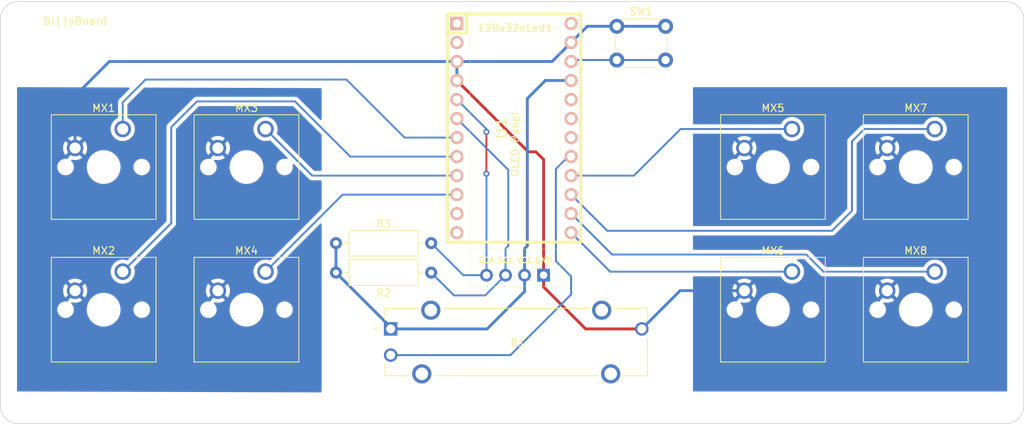
<source format=kicad_pcb>
(kicad_pcb (version 20221018) (generator pcbnew)
  (layers (0 "F.Cu" signal) (31 "B.Cu" signal) (34 "B.Paste" user) (35 "F.Paste" user) (36 "B.SilkS" user "B.Silkscreen") (37 "F.SilkS" user "F.Silkscreen") (38 "B.Mask" user) (39 "F.Mask" user) (44 "Edge.Cuts" user))
  (net 0 "")
  (net 3 "GND")
  (net 4 "VCC")
  (net 5 "SCL")
  (net 6 "SDA")
  (net 7 "KEY0")
  (net 8 "KEY1")
  (net 13 "ADC0")
  (net 14 "Net-(U1-RST)")
  (net 15 "KEY2")
  (net 16 "KEY3")
  (net 17 "KEY4")
  (net 18 "KEY5")
  (net 19 "KEY6")
  (net 20 "KEY7")
  (footprint "Button_Switch_Keyboard:SW_Cherry_MX_1.00u_PCB" (layer "F.Cu") (at 196.088 67.818)
    (fp_text reference "MX7" (at -2.54 -2.794) (layer "F.SilkS"))
    (fp_text value "MX_SW_solder")
    (fp_line (start -9.525 -1.905) (end 4.445 -1.905) (stroke (width 0.12)) (layer "F.SilkS"))
    (fp_line (start -9.525 12.065) (end -9.525 -1.905) (stroke (width 0.12)) (layer "F.SilkS"))
    (fp_line (start 4.445 -1.905) (end 4.445 12.065) (stroke (width 0.12)) (layer "F.SilkS"))
    (fp_line (start 4.445 12.065) (end -9.525 12.065) (stroke (width 0.12)) (layer "F.SilkS"))
    (pad "" np_thru_hole circle (at -7.62 5.08) (size 1.7 1.7) (drill 1.7) (layers "*.Cu" "*.Mask"))
    (pad "" np_thru_hole circle (at -2.54 5.08) (size 4 4) (drill 4) (layers "*.Cu" "*.Mask"))
    (pad "" np_thru_hole circle (at 2.54 5.08) (size 1.7 1.7) (drill 1.7) (layers "*.Cu" "*.Mask"))
    (pad "1" thru_hole circle (at 0 0) (size 2.2 2.2) (drill 1.5) (layers "*.Cu" "*.Mask") (net 19 "KEY6"))
    (pad "2" thru_hole circle (at -6.35 2.54) (size 2.2 2.2) (drill 1.5) (layers "*.Cu" "*.Mask") (net 3 "GND"))
  )
  (footprint "Button_Switch_Keyboard:SW_Cherry_MX_1.00u_PCB" (layer "F.Cu") (at 87.757 86.868)
    (fp_text reference "MX2" (at -2.54 -2.794) (layer "F.SilkS"))
    (fp_text value "MX_SW_solder")
    (fp_line (start -9.525 -1.905) (end 4.445 -1.905) (stroke (width 0.12)) (layer "F.SilkS"))
    (fp_line (start -9.525 12.065) (end -9.525 -1.905) (stroke (width 0.12)) (layer "F.SilkS"))
    (fp_line (start 4.445 -1.905) (end 4.445 12.065) (stroke (width 0.12)) (layer "F.SilkS"))
    (fp_line (start 4.445 12.065) (end -9.525 12.065) (stroke (width 0.12)) (layer "F.SilkS"))
    (pad "" np_thru_hole circle (at -7.62 5.08) (size 1.7 1.7) (drill 1.7) (layers "*.Cu" "*.Mask"))
    (pad "" np_thru_hole circle (at -2.54 5.08) (size 4 4) (drill 4) (layers "*.Cu" "*.Mask"))
    (pad "" np_thru_hole circle (at 2.54 5.08) (size 1.7 1.7) (drill 1.7) (layers "*.Cu" "*.Mask"))
    (pad "1" thru_hole circle (at 0 0) (size 2.2 2.2) (drill 1.5) (layers "*.Cu" "*.Mask") (net 8 "KEY1"))
    (pad "2" thru_hole circle (at -6.35 2.54) (size 2.2 2.2) (drill 1.5) (layers "*.Cu" "*.Mask") (net 3 "GND"))
  )
  (footprint "Button_Switch_THT:SW_PUSH_6mm_H5mm" (layer "F.Cu") (at 153.67 54.102)
    (fp_text reference "SW1" (at 3.25 -2) (layer "F.SilkS"))
    (fp_text value "SW_Push")
    (fp_line (start -0.25 1.5) (end -0.25 3) (stroke (width 0.12)) (layer "F.SilkS"))
    (fp_line (start 1 5.5) (end 5.5 5.5) (stroke (width 0.12)) (layer "F.SilkS"))
    (fp_line (start 5.5 -1) (end 1 -1) (stroke (width 0.12)) (layer "F.SilkS"))
    (fp_line (start 6.75 3) (end 6.75 1.5) (stroke (width 0.12)) (layer "F.SilkS"))
    (pad "1" thru_hole circle (at 0 0 90) (size 2 2) (drill 1.1) (layers "*.Cu" "*.Mask") (net 3 "GND"))
    (pad "1" thru_hole circle (at 6.5 0 90) (size 2 2) (drill 1.1) (layers "*.Cu" "*.Mask") (net 3 "GND"))
    (pad "2" thru_hole circle (at 0 4.5 90) (size 2 2) (drill 1.1) (layers "*.Cu" "*.Mask") (net 14 "Net-(U1-RST)"))
    (pad "2" thru_hole circle (at 6.5 4.5 90) (size 2 2) (drill 1.1) (layers "*.Cu" "*.Mask") (net 14 "Net-(U1-RST)"))
  )
  (footprint "Resistor_THT:R_Axial_DIN0309_L9.0mm_D3.2mm_P12.70mm_Horizontal" (layer "F.Cu") (at 128.905 83.058 180)
    (fp_text reference "R3" (at 6.35 2.54) (layer "F.SilkS"))
    (fp_text value "4.7k")
    (fp_line (start 1.04 0) (end 1.73 0) (stroke (width 0.12)) (layer "F.SilkS"))
    (fp_line (start 1.73 -1.72) (end 1.73 1.72) (stroke (width 0.12)) (layer "F.SilkS"))
    (fp_line (start 1.73 1.72) (end 10.97 1.72) (stroke (width 0.12)) (layer "F.SilkS"))
    (fp_line (start 10.97 -1.72) (end 1.73 -1.72) (stroke (width 0.12)) (layer "F.SilkS"))
    (fp_line (start 10.97 1.72) (end 10.97 -1.72) (stroke (width 0.12)) (layer "F.SilkS"))
    (fp_line (start 11.66 0) (end 10.97 0) (stroke (width 0.12)) (layer "F.SilkS"))
    (pad "1" thru_hole circle (at 0 0 180) (size 1.6 1.6) (drill 0.8) (layers "*.Cu" "*.Mask") (net 6 "SDA"))
    (pad "2" thru_hole oval (at 12.7 0 180) (size 1.6 1.6) (drill 0.8) (layers "*.Cu" "*.Mask") (net 4 "VCC"))
  )
  (footprint "Button_Switch_Keyboard:SW_Cherry_MX_1.00u_PCB" (layer "F.Cu") (at 177.038 86.868)
    (fp_text reference "MX6" (at -2.54 -2.794) (layer "F.SilkS"))
    (fp_text value "MX_SW_solder")
    (fp_line (start -9.525 -1.905) (end 4.445 -1.905) (stroke (width 0.12)) (layer "F.SilkS"))
    (fp_line (start -9.525 12.065) (end -9.525 -1.905) (stroke (width 0.12)) (layer "F.SilkS"))
    (fp_line (start 4.445 -1.905) (end 4.445 12.065) (stroke (width 0.12)) (layer "F.SilkS"))
    (fp_line (start 4.445 12.065) (end -9.525 12.065) (stroke (width 0.12)) (layer "F.SilkS"))
    (pad "" np_thru_hole circle (at -7.62 5.08) (size 1.7 1.7) (drill 1.7) (layers "*.Cu" "*.Mask"))
    (pad "" np_thru_hole circle (at -2.54 5.08) (size 4 4) (drill 4) (layers "*.Cu" "*.Mask"))
    (pad "" np_thru_hole circle (at 2.54 5.08) (size 1.7 1.7) (drill 1.7) (layers "*.Cu" "*.Mask"))
    (pad "1" thru_hole circle (at 0 0) (size 2.2 2.2) (drill 1.5) (layers "*.Cu" "*.Mask") (net 18 "KEY5"))
    (pad "2" thru_hole circle (at -6.35 2.54) (size 2.2 2.2) (drill 1.5) (layers "*.Cu" "*.Mask") (net 3 "GND"))
  )
  (footprint "Button_Switch_Keyboard:SW_Cherry_MX_1.00u_PCB" (layer "F.Cu") (at 106.807 86.868)
    (fp_text reference "MX4" (at -2.54 -2.794) (layer "F.SilkS"))
    (fp_text value "MX_SW_solder")
    (fp_line (start -9.525 -1.905) (end 4.445 -1.905) (stroke (width 0.12)) (layer "F.SilkS"))
    (fp_line (start -9.525 12.065) (end -9.525 -1.905) (stroke (width 0.12)) (layer "F.SilkS"))
    (fp_line (start 4.445 -1.905) (end 4.445 12.065) (stroke (width 0.12)) (layer "F.SilkS"))
    (fp_line (start 4.445 12.065) (end -9.525 12.065) (stroke (width 0.12)) (layer "F.SilkS"))
    (pad "" np_thru_hole circle (at -7.62 5.08) (size 1.7 1.7) (drill 1.7) (layers "*.Cu" "*.Mask"))
    (pad "" np_thru_hole circle (at -2.54 5.08) (size 4 4) (drill 4) (layers "*.Cu" "*.Mask"))
    (pad "" np_thru_hole circle (at 2.54 5.08) (size 1.7 1.7) (drill 1.7) (layers "*.Cu" "*.Mask"))
    (pad "1" thru_hole circle (at 0 0) (size 2.2 2.2) (drill 1.5) (layers "*.Cu" "*.Mask") (net 16 "KEY3"))
    (pad "2" thru_hole circle (at -6.35 2.54) (size 2.2 2.2) (drill 1.5) (layers "*.Cu" "*.Mask") (net 3 "GND"))
  )
  (footprint "Button_Switch_Keyboard:SW_Cherry_MX_1.00u_PCB" (layer "F.Cu") (at 177.038 67.818)
    (fp_text reference "MX5" (at -2.54 -2.794) (layer "F.SilkS"))
    (fp_text value "MX_SW_solder")
    (fp_line (start -9.525 -1.905) (end 4.445 -1.905) (stroke (width 0.12)) (layer "F.SilkS"))
    (fp_line (start -9.525 12.065) (end -9.525 -1.905) (stroke (width 0.12)) (layer "F.SilkS"))
    (fp_line (start 4.445 -1.905) (end 4.445 12.065) (stroke (width 0.12)) (layer "F.SilkS"))
    (fp_line (start 4.445 12.065) (end -9.525 12.065) (stroke (width 0.12)) (layer "F.SilkS"))
    (pad "" np_thru_hole circle (at -7.62 5.08) (size 1.7 1.7) (drill 1.7) (layers "*.Cu" "*.Mask"))
    (pad "" np_thru_hole circle (at -2.54 5.08) (size 4 4) (drill 4) (layers "*.Cu" "*.Mask"))
    (pad "" np_thru_hole circle (at 2.54 5.08) (size 1.7 1.7) (drill 1.7) (layers "*.Cu" "*.Mask"))
    (pad "1" thru_hole circle (at 0 0) (size 2.2 2.2) (drill 1.5) (layers "*.Cu" "*.Mask") (net 17 "KEY4"))
    (pad "2" thru_hole circle (at -6.35 2.54) (size 2.2 2.2) (drill 1.5) (layers "*.Cu" "*.Mask") (net 3 "GND"))
  )
  (footprint "footprints:ARDUINO_PRO_MICRO" (layer "F.Cu") (at 139.954 67.691 -90)
    (fp_text reference "U1" (at 0 1.625 90) (layer "F.SilkS") (effects (font (size 1.27 1.524) (thickness 0.2032))))
    (fp_text value "ARDUINO_PRO_MICRO" hide)
    (fp_line (start -15.24 -8.89) (end -15.24 8.89) (stroke (width 0.381)) (layer "F.SilkS"))
    (fp_line (start -15.24 6.35) (end -12.7 6.35) (stroke (width 0.381)) (layer "F.SilkS"))
    (fp_line (start -15.24 8.89) (end 15.24 8.89) (stroke (width 0.381)) (layer "F.SilkS"))
    (fp_line (start -12.7 6.35) (end -12.7 8.89) (stroke (width 0.381)) (layer "F.SilkS"))
    (fp_line (start 15.24 -8.89) (end -15.24 -8.89) (stroke (width 0.381)) (layer "F.SilkS"))
    (fp_line (start 15.24 8.89) (end 15.24 -8.89) (stroke (width 0.381)) (layer "F.SilkS"))
    (pad "1" thru_hole rect (at -13.97 7.62 270) (size 1.7526 1.7526) (drill 1.0922) (layers "*.Cu" "*.SilkS" "*.Mask"))
    (pad "2" thru_hole circle (at -11.43 7.62 270) (size 1.7526 1.7526) (drill 1.0922) (layers "*.Cu" "*.SilkS" "*.Mask"))
    (pad "3" thru_hole circle (at -8.89 7.62 270) (size 1.7526 1.7526) (drill 1.0922) (layers "*.Cu" "*.SilkS" "*.Mask") (net 3 "GND"))
    (pad "4" thru_hole circle (at -6.35 7.62 270) (size 1.7526 1.7526) (drill 1.0922) (layers "*.Cu" "*.SilkS" "*.Mask") (net 3 "GND"))
    (pad "5" thru_hole circle (at -3.81 7.62 270) (size 1.7526 1.7526) (drill 1.0922) (layers "*.Cu" "*.SilkS" "*.Mask") (net 6 "SDA"))
    (pad "6" thru_hole circle (at -1.27 7.62 270) (size 1.7526 1.7526) (drill 1.0922) (layers "*.Cu" "*.SilkS" "*.Mask") (net 5 "SCL"))
    (pad "7" thru_hole circle (at 1.27 7.62 270) (size 1.7526 1.7526) (drill 1.0922) (layers "*.Cu" "*.SilkS" "*.Mask") (net 7 "KEY0"))
    (pad "8" thru_hole circle (at 3.81 7.62 270) (size 1.7526 1.7526) (drill 1.0922) (layers "*.Cu" "*.SilkS" "*.Mask") (net 8 "KEY1"))
    (pad "9" thru_hole circle (at 6.35 7.62 270) (size 1.7526 1.7526) (drill 1.0922) (layers "*.Cu" "*.SilkS" "*.Mask") (net 15 "KEY2"))
    (pad "10" thru_hole circle (at 8.89 7.62 270) (size 1.7526 1.7526) (drill 1.0922) (layers "*.Cu" "*.SilkS" "*.Mask") (net 16 "KEY3"))
    (pad "11" thru_hole circle (at 11.43 7.62 270) (size 1.7526 1.7526) (drill 1.0922) (layers "*.Cu" "*.SilkS" "*.Mask"))
    (pad "12" thru_hole circle (at 13.97 7.62 270) (size 1.7526 1.7526) (drill 1.0922) (layers "*.Cu" "*.SilkS" "*.Mask"))
    (pad "13" thru_hole circle (at 13.97 -7.62 270) (size 1.7526 1.7526) (drill 1.0922) (layers "*.Cu" "*.SilkS" "*.Mask") (net 18 "KEY5"))
    (pad "14" thru_hole circle (at 11.43 -7.62 270) (size 1.7526 1.7526) (drill 1.0922) (layers "*.Cu" "*.SilkS" "*.Mask") (net 20 "KEY7"))
    (pad "15" thru_hole circle (at 8.89 -7.62 270) (size 1.7526 1.7526) (drill 1.0922) (layers "*.Cu" "*.SilkS" "*.Mask") (net 19 "KEY6"))
    (pad "16" thru_hole circle (at 6.35 -7.62 270) (size 1.7526 1.7526) (drill 1.0922) (layers "*.Cu" "*.SilkS" "*.Mask") (net 17 "KEY4"))
    (pad "17" thru_hole circle (at 3.81 -7.62 270) (size 1.7526 1.7526) (drill 1.0922) (layers "*.Cu" "*.SilkS" "*.Mask") (net 13 "ADC0"))
    (pad "18" thru_hole circle (at 1.27 -7.62 270) (size 1.7526 1.7526) (drill 1.0922) (layers "*.Cu" "*.SilkS" "*.Mask"))
    (pad "19" thru_hole circle (at -1.27 -7.62 270) (size 1.7526 1.7526) (drill 1.0922) (layers "*.Cu" "*.SilkS" "*.Mask"))
    (pad "20" thru_hole circle (at -3.81 -7.62 270) (size 1.7526 1.7526) (drill 1.0922) (layers "*.Cu" "*.SilkS" "*.Mask"))
    (pad "21" thru_hole circle (at -6.35 -7.62 270) (size 1.7526 1.7526) (drill 1.0922) (layers "*.Cu" "*.SilkS" "*.Mask") (net 4 "VCC"))
    (pad "22" thru_hole circle (at -8.89 -7.62 270) (size 1.7526 1.7526) (drill 1.0922) (layers "*.Cu" "*.SilkS" "*.Mask") (net 14 "Net-(U1-RST)"))
    (pad "23" thru_hole circle (at -11.43 -7.62 270) (size 1.7526 1.7526) (drill 1.0922) (layers "*.Cu" "*.SilkS" "*.Mask") (net 3 "GND"))
    (pad "24" thru_hole circle (at -13.97 -7.62 270) (size 1.7526 1.7526) (drill 1.0922) (layers "*.Cu" "*.SilkS" "*.Mask"))
  )
  (footprint "Button_Switch_Keyboard:SW_Cherry_MX_1.00u_PCB" (layer "F.Cu") (at 196.088 86.868)
    (fp_text reference "MX8" (at -2.54 -2.794) (layer "F.SilkS"))
    (fp_text value "MX_SW_solder")
    (fp_line (start -9.525 -1.905) (end 4.445 -1.905) (stroke (width 0.12)) (layer "F.SilkS"))
    (fp_line (start -9.525 12.065) (end -9.525 -1.905) (stroke (width 0.12)) (layer "F.SilkS"))
    (fp_line (start 4.445 -1.905) (end 4.445 12.065) (stroke (width 0.12)) (layer "F.SilkS"))
    (fp_line (start 4.445 12.065) (end -9.525 12.065) (stroke (width 0.12)) (layer "F.SilkS"))
    (pad "" np_thru_hole circle (at -7.62 5.08) (size 1.7 1.7) (drill 1.7) (layers "*.Cu" "*.Mask"))
    (pad "" np_thru_hole circle (at -2.54 5.08) (size 4 4) (drill 4) (layers "*.Cu" "*.Mask"))
    (pad "" np_thru_hole circle (at 2.54 5.08) (size 1.7 1.7) (drill 1.7) (layers "*.Cu" "*.Mask"))
    (pad "1" thru_hole circle (at 0 0) (size 2.2 2.2) (drill 1.5) (layers "*.Cu" "*.Mask") (net 20 "KEY7"))
    (pad "2" thru_hole circle (at -6.35 2.54) (size 2.2 2.2) (drill 1.5) (layers "*.Cu" "*.Mask") (net 3 "GND"))
  )
  (footprint "KiCad-SSD1306-0.91-OLED-4pin-128x32:SSD1306-0.91-OLED-4pin-128x32" (layer "F.Cu") (at 146.093 50.838 -90)
    (fp_text reference "128x32oLed1" (at 3.5 6) (layer "F.SilkS"))
    (fp_text value "Conn_01x04_Socket")
    (fp_text user "GND" (at 34.5 2.19 -180) (layer "F.SilkS") (effects (font (size 0.75 0.75))))
    (fp_text user "SCL" (at 34.5 7.27 -180) (layer "F.SilkS") (effects (font (size 0.75 0.75))))
    (fp_text user "SDA" (at 34.5 9.81 -180) (layer "F.SilkS") (effects (font (size 0.75 0.75))))
    (fp_text user "VCC" (at 34.5 4.73 -180) (layer "F.SilkS") (effects (font (size 0.75 0.75))))
    (fp_text user "OLED Panel" (at 19 6 -90) (layer "F.SilkS"))
    (fp_line (start 0 0) (end 0 12) (stroke (width 0.04)) (layer "F.SilkS"))
    (fp_line (start 0 12) (end 38 12) (stroke (width 0.04)) (layer "F.SilkS"))
    (fp_line (start 3.5 0) (end 3.5 12) (stroke (width 0.04)) (layer "F.SilkS"))
    (fp_line (start 33 0) (end 33 12) (stroke (width 0.04)) (layer "F.SilkS"))
    (fp_line (start 38 0) (end 0 0) (stroke (width 0.04)) (layer "F.SilkS"))
    (fp_line (start 38 12) (end 38 0) (stroke (width 0.04)) (layer "F.SilkS"))
    (pad "1" thru_hole rect (at 36.5 2.19 270) (size 1.7 1.7) (drill 1) (layers "*.Cu" "*.Mask") (net 3 "GND"))
    (pad "2" thru_hole oval (at 36.5 4.73 270) (size 1.7 1.7) (drill 1) (layers "*.Cu" "*.Mask") (net 4 "VCC"))
    (pad "3" thru_hole oval (at 36.5 7.27 270) (size 1.7 1.7) (drill 1) (layers "*.Cu" "*.Mask") (net 5 "SCL"))
    (pad "4" thru_hole oval (at 36.5 9.81 270) (size 1.7 1.7) (drill 1) (layers "*.Cu" "*.Mask") (net 6 "SDA"))
  )
  (footprint "Button_Switch_Keyboard:SW_Cherry_MX_1.00u_PCB" (layer "F.Cu") (at 87.757 67.818)
    (fp_text reference "MX1" (at -2.54 -2.794) (layer "F.SilkS"))
    (fp_text value "MX_SW_solder")
    (fp_line (start -9.525 -1.905) (end 4.445 -1.905) (stroke (width 0.12)) (layer "F.SilkS"))
    (fp_line (start -9.525 12.065) (end -9.525 -1.905) (stroke (width 0.12)) (layer "F.SilkS"))
    (fp_line (start 4.445 -1.905) (end 4.445 12.065) (stroke (width 0.12)) (layer "F.SilkS"))
    (fp_line (start 4.445 12.065) (end -9.525 12.065) (stroke (width 0.12)) (layer "F.SilkS"))
    (pad "" np_thru_hole circle (at -7.62 5.08) (size 1.7 1.7) (drill 1.7) (layers "*.Cu" "*.Mask"))
    (pad "" np_thru_hole circle (at -2.54 5.08) (size 4 4) (drill 4) (layers "*.Cu" "*.Mask"))
    (pad "" np_thru_hole circle (at 2.54 5.08) (size 1.7 1.7) (drill 1.7) (layers "*.Cu" "*.Mask"))
    (pad "1" thru_hole circle (at 0 0) (size 2.2 2.2) (drill 1.5) (layers "*.Cu" "*.Mask") (net 7 "KEY0"))
    (pad "2" thru_hole circle (at -6.35 2.54) (size 2.2 2.2) (drill 1.5) (layers "*.Cu" "*.Mask") (net 3 "GND"))
  )
  (footprint "Resistor_THT:R_Axial_DIN0309_L9.0mm_D3.2mm_P12.70mm_Horizontal" (layer "F.Cu") (at 128.905 86.995 180)
    (fp_text reference "R2" (at 6.35 -2.72) (layer "F.SilkS"))
    (fp_text value "4.7k")
    (fp_line (start 1.04 0) (end 1.73 0) (stroke (width 0.12)) (layer "F.SilkS"))
    (fp_line (start 1.73 -1.72) (end 1.73 1.72) (stroke (width 0.12)) (layer "F.SilkS"))
    (fp_line (start 1.73 1.72) (end 10.97 1.72) (stroke (width 0.12)) (layer "F.SilkS"))
    (fp_line (start 10.97 -1.72) (end 1.73 -1.72) (stroke (width 0.12)) (layer "F.SilkS"))
    (fp_line (start 10.97 1.72) (end 10.97 -1.72) (stroke (width 0.12)) (layer "F.SilkS"))
    (fp_line (start 11.66 0) (end 10.97 0) (stroke (width 0.12)) (layer "F.SilkS"))
    (pad "1" thru_hole circle (at 0 0 180) (size 1.6 1.6) (drill 0.8) (layers "*.Cu" "*.Mask") (net 5 "SCL"))
    (pad "2" thru_hole oval (at 12.7 0 180) (size 1.6 1.6) (drill 0.8) (layers "*.Cu" "*.Mask") (net 4 "VCC"))
  )
  (footprint "Button_Switch_Keyboard:SW_Cherry_MX_1.00u_PCB" (layer "F.Cu") (at 106.807 67.818)
    (fp_text reference "MX3" (at -2.54 -2.794) (layer "F.SilkS"))
    (fp_text value "MX_SW_solder")
    (fp_line (start -9.525 -1.905) (end 4.445 -1.905) (stroke (width 0.12)) (layer "F.SilkS"))
    (fp_line (start -9.525 12.065) (end -9.525 -1.905) (stroke (width 0.12)) (layer "F.SilkS"))
    (fp_line (start 4.445 -1.905) (end 4.445 12.065) (stroke (width 0.12)) (layer "F.SilkS"))
    (fp_line (start 4.445 12.065) (end -9.525 12.065) (stroke (width 0.12)) (layer "F.SilkS"))
    (pad "" np_thru_hole circle (at -7.62 5.08) (size 1.7 1.7) (drill 1.7) (layers "*.Cu" "*.Mask"))
    (pad "" np_thru_hole circle (at -2.54 5.08) (size 4 4) (drill 4) (layers "*.Cu" "*.Mask"))
    (pad "" np_thru_hole circle (at 2.54 5.08) (size 1.7 1.7) (drill 1.7) (layers "*.Cu" "*.Mask"))
    (pad "1" thru_hole circle (at 0 0) (size 2.2 2.2) (drill 1.5) (layers "*.Cu" "*.Mask") (net 15 "KEY2"))
    (pad "2" thru_hole circle (at -6.35 2.54) (size 2.2 2.2) (drill 1.5) (layers "*.Cu" "*.Mask") (net 3 "GND"))
  )
  (footprint "Slide-potentiometer:TRIM_PTA2043-2010CIB103" (layer "F.Cu") (at 140.2535 96.266)
    (fp_text reference "R1" (at 0.2085 0.127) (layer "F.SilkS"))
    (fp_text value "PTA2043-2010CIB103")
    (fp_line (start -17.5 -4.5) (end -17.5 -2.97) (stroke (width 0.127)) (layer "F.SilkS"))
    (fp_line (start -17.5 -4.5) (end -12.995 -4.5) (stroke (width 0.127)) (layer "F.SilkS"))
    (fp_line (start -17.5 4.5) (end -17.5 2.97) (stroke (width 0.127)) (layer "F.SilkS"))
    (fp_line (start -17.5 4.5) (end -14.195 4.5) (stroke (width 0.127)) (layer "F.SilkS"))
    (fp_line (start -11.005 4.5) (end 11.005 4.5) (stroke (width 0.127)) (layer "F.SilkS"))
    (fp_line (start -9.805 -4.5) (end 9.805 -4.5) (stroke (width 0.127)) (layer "F.SilkS"))
    (fp_line (start 12.995 -4.5) (end 17.5 -4.5) (stroke (width 0.127)) (layer "F.SilkS"))
    (fp_line (start 14.195 4.5) (end 17.5 4.5) (stroke (width 0.127)) (layer "F.SilkS"))
    (fp_line (start 17.5 -4.5) (end 17.5 -2.97) (stroke (width 0.127)) (layer "F.SilkS"))
    (fp_line (start 17.5 4.5) (end 17.5 -0.53) (stroke (width 0.127)) (layer "F.SilkS"))
    (fp_circle (center -18.65 -1.75) (end -18.55 -1.75) (stroke (width 0.2)) (fill none) (layer "F.SilkS"))
    (pad "1" thru_hole rect (at -16.75 -1.75) (size 1.8 1.8) (drill 1.2) (layers "*.Cu" "*.Mask") (net 4 "VCC"))
    (pad "2" thru_hole circle (at -16.75 1.75) (size 1.8 1.8) (drill 1.2) (layers "*.Cu" "*.Mask") (net 13 "ADC0"))
    (pad "3" thru_hole circle (at 16.75 -1.75) (size 1.8 1.8) (drill 1.2) (layers "*.Cu" "*.Mask") (net 3 "GND"))
    (pad "S1" thru_hole circle (at -11.4 -4.25) (size 2.55 2.55) (drill 1.7) (layers "*.Cu" "*.Mask"))
    (pad "S2" thru_hole circle (at -12.6 4.25) (size 2.55 2.55) (drill 1.7) (layers "*.Cu" "*.Mask"))
    (pad "S3" thru_hole circle (at 11.4 -4.25) (size 2.55 2.55) (drill 1.7) (layers "*.Cu" "*.Mask"))
    (pad "S4" thru_hole circle (at 12.6 4.25) (size 2.55 2.55) (drill 1.7) (layers "*.Cu" "*.Mask"))
  )
  (gr_line (start 71.4375 53.18125) (end 71.4375 104.775) (stroke (width 0.1)) (layer "Edge.Cuts"))
  (gr_arc (start 207.9625 104.775) (mid 207.265048 106.458798) (end 205.58125 107.15625) (stroke (width 0.1)) (layer "Edge.Cuts"))
  (gr_arc (start 73.81875 107.15625) (mid 72.134952 106.458798) (end 71.4375 104.775) (stroke (width 0.1)) (layer "Edge.Cuts"))
  (gr_arc (start 205.58125 50.8) (mid 207.265048 51.497452) (end 207.9625 53.18125) (stroke (width 0.1)) (layer "Edge.Cuts"))
  (gr_arc (start 71.4375 53.18125) (mid 72.134952 51.497452) (end 73.81875 50.8) (stroke (width 0.1)) (layer "Edge.Cuts"))
  (gr_line (start 205.58125 50.8) (end 73.81875 50.8) (stroke (width 0.1)) (layer "Edge.Cuts"))
  (gr_line (start 207.9625 104.775) (end 207.9625 53.18125) (stroke (width 0.1)) (layer "Edge.Cuts"))
  (gr_line (start 73.81875 107.15625) (end 205.58125 107.15625) (stroke (width 0.1)) (layer "Edge.Cuts"))
  (gr_text "Bi||yBoard" (at 77.089 53.975) (layer "F.SilkS") (effects (font (size 1 1)) (justify left bottom)))
  (segment (start 143.903 88.912) (end 143.903 87.338) (width 0.381) (layer "F.Cu") (net 3))
  (segment (start 157.0035 94.516) (end 149.507 94.516) (width 0.381) (layer "F.Cu") (net 3))
  (segment (start 143.903 87.338) (end 143.903 71.894) (width 0.381) (layer "F.Cu") (net 3))
  (segment (start 132.334 61.341) (end 141.859 70.866) (width 0.381) (layer "F.Cu") (net 3))
  (segment (start 149.507 94.516) (end 143.903 88.912) (width 0.381) (layer "F.Cu") (net 3))
  (segment (start 141.859 70.866) (end 142.875 70.866) (width 0.381) (layer "F.Cu") (net 3))
  (segment (start 143.903 71.894) (end 142.875 70.866) (width 0.381) (layer "F.Cu") (net 3))
  (segment (start 85.979 58.801) (end 132.334 58.801) (width 0.381) (layer "B.Cu") (net 3))
  (segment (start 149.733 54.102) (end 147.574 56.261) (width 0.381) (layer "B.Cu") (net 3))
  (segment (start 81.407 63.373) (end 85.979 58.801) (width 0.381) (layer "B.Cu") (net 3))
  (segment (start 170.688 89.408) (end 162.1115 89.408) (width 0.381) (layer "B.Cu") (net 3))
  (segment (start 147.574 56.261) (end 145.034 58.801) (width 0.381) (layer "B.Cu") (net 3))
  (segment (start 153.67 54.102) (end 160.17 54.102) (width 0.381) (layer "B.Cu") (net 3))
  (segment (start 132.334 61.341) (end 132.334 58.801) (width 0.381) (layer "B.Cu") (net 3))
  (segment (start 81.407 89.408) (end 82.506999 88.308001) (width 0.381) (layer "B.Cu") (net 3))
  (segment (start 145.034 58.801) (end 132.334 58.801) (width 0.381) (layer "B.Cu") (net 3))
  (segment (start 100.457 70.358) (end 101.556999 71.457999) (width 0.381) (layer "B.Cu") (net 3))
  (segment (start 153.67 54.102) (end 149.733 54.102) (width 0.381) (layer "B.Cu") (net 3))
  (segment (start 82.506999 71.457999) (end 81.407 70.358) (width 0.381) (layer "B.Cu") (net 3))
  (segment (start 81.534 69.97) (end 81.28 69.716) (width 0.25) (layer "B.Cu") (net 3))
  (segment (start 162.1115 89.408) (end 157.0035 94.516) (width 0.381) (layer "B.Cu") (net 3))
  (segment (start 101.556999 88.308001) (end 100.457 89.408) (width 0.381) (layer "B.Cu") (net 3))
  (segment (start 81.407 70.358) (end 81.407 63.373) (width 0.381) (layer "B.Cu") (net 3))
  (segment (start 141.363 89.523) (end 141.363 87.338) (width 0.381) (layer "B.Cu") (net 4))
  (segment (start 116.205 83.058) (end 116.205 86.995) (width 0.381) (layer "B.Cu") (net 4))
  (segment (start 141.363 87.338) (end 141.363 83.808) (width 0.381) (layer "B.Cu") (net 4))
  (segment (start 136.37 94.516) (end 141.363 89.523) (width 0.381) (layer "B.Cu") (net 4))
  (segment (start 123.5035 94.2935) (end 123.5035 94.516) (width 0.381) (layer "B.Cu") (net 4))
  (segment (start 144.145 61.341) (end 141.732 63.754) (width 0.381) (layer "B.Cu") (net 4))
  (segment (start 116.205 86.995) (end 123.5035 94.2935) (width 0.381) (layer "B.Cu") (net 4))
  (segment (start 141.363 83.808) (end 141.732 83.439) (width 0.381) (layer "B.Cu") (net 4))
  (segment (start 141.732 83.439) (end 141.732 63.754) (width 0.381) (layer "B.Cu") (net 4))
  (segment (start 123.5035 94.516) (end 136.37 94.516) (width 0.381) (layer "B.Cu") (net 4))
  (segment (start 147.574 61.341) (end 144.145 61.341) (width 0.381) (layer "B.Cu") (net 4))
  (segment (start 139.192 83.439) (end 139.192 73.279) (width 0.25) (layer "B.Cu") (net 5))
  (segment (start 138.823 87.338) (end 138.823 83.808) (width 0.25) (layer "B.Cu") (net 5))
  (segment (start 131.953 90.043) (end 128.905 86.995) (width 0.25) (layer "B.Cu") (net 5))
  (segment (start 138.823 87.338) (end 136.118 90.043) (width 0.25) (layer "B.Cu") (net 5))
  (segment (start 138.823 83.808) (end 139.192 83.439) (width 0.25) (layer "B.Cu") (net 5))
  (segment (start 139.192 73.279) (end 132.334 66.421) (width 0.25) (layer "B.Cu") (net 5))
  (segment (start 136.118 90.043) (end 131.953 90.043) (width 0.25) (layer "B.Cu") (net 5))
  (segment (start 136.271 73.787) (end 136.271 68.199) (width 0.25) (layer "F.Cu") (net 6))
  (via (at 136.271 73.787) (size 0.8) (drill 0.4) (layers "F.Cu" "B.Cu") (net 6))
  (via (at 136.271 68.199) (size 0.8) (drill 0.4) (layers "F.Cu" "B.Cu") (net 6))
  (segment (start 136.271 68.199) (end 136.271 67.818) (width 0.25) (layer "B.Cu") (net 6))
  (segment (start 136.283 87.338) (end 136.283 73.799) (width 0.25) (layer "B.Cu") (net 6))
  (segment (start 136.283 87.338) (end 133.185 87.338) (width 0.25) (layer "B.Cu") (net 6))
  (segment (start 136.271 67.818) (end 132.334 63.881) (width 0.25) (layer "B.Cu") (net 6))
  (segment (start 136.283 73.799) (end 136.271 73.787) (width 0.25) (layer "B.Cu") (net 6))
  (segment (start 133.185 87.338) (end 128.905 83.058) (width 0.25) (layer "B.Cu") (net 6))
  (segment (start 132.334 68.961) (end 125.349 68.961) (width 0.25) (layer "B.Cu") (net 7))
  (segment (start 90.805 61.214) (end 87.757 64.262) (width 0.25) (layer "B.Cu") (net 7))
  (segment (start 87.757 64.262) (end 87.757 67.818) (width 0.25) (layer "B.Cu") (net 7))
  (segment (start 125.349 68.961) (end 117.602 61.214) (width 0.25) (layer "B.Cu") (net 7))
  (segment (start 88.145 67.691) (end 87.63 67.176) (width 0.25) (layer "B.Cu") (net 7))
  (segment (start 117.602 61.214) (end 90.805 61.214) (width 0.25) (layer "B.Cu") (net 7))
  (segment (start 94.234 67.564) (end 97.663 64.135) (width 0.25) (layer "B.Cu") (net 8))
  (segment (start 87.757 86.868) (end 94.234 80.391) (width 0.25) (layer "B.Cu") (net 8))
  (segment (start 97.663 64.135) (end 110.744 64.135) (width 0.25) (layer "B.Cu") (net 8))
  (segment (start 118.11 71.501) (end 132.334 71.501) (width 0.25) (layer "B.Cu") (net 8))
  (segment (start 94.234 80.391) (end 94.234 67.564) (width 0.25) (layer "B.Cu") (net 8))
  (segment (start 110.744 64.135) (end 118.11 71.501) (width 0.25) (layer "B.Cu") (net 8))
  (segment (start 145.542 85.471) (end 145.542 73.152) (width 0.25) (layer "B.Cu") (net 13))
  (segment (start 147.574 87.503) (end 145.542 85.471) (width 0.25) (layer "B.Cu") (net 13))
  (segment (start 123.1808 98.016) (end 139.474 98.016) (width 0.25) (layer "B.Cu") (net 13))
  (segment (start 139.474 98.016) (end 147.574 89.916) (width 0.25) (layer "B.Cu") (net 13))
  (segment (start 147.574 89.916) (end 147.574 87.503) (width 0.25) (layer "B.Cu") (net 13))
  (segment (start 147.193 71.501) (end 147.574 71.501) (width 0.25) (layer "B.Cu") (net 13))
  (segment (start 145.542 73.152) (end 147.193 71.501) (width 0.25) (layer "B.Cu") (net 13))
  (segment (start 147.773 58.602) (end 147.574 58.801) (width 0.25) (layer "B.Cu") (net 14))
  (segment (start 153.67 58.602) (end 147.773 58.602) (width 0.25) (layer "B.Cu") (net 14))
  (segment (start 160.17 58.602) (end 153.67 58.602) (width 0.25) (layer "B.Cu") (net 14))
  (segment (start 113.03 74.041) (end 132.334 74.041) (width 0.25) (layer "B.Cu") (net 15))
  (segment (start 106.807 67.818) (end 113.03 74.041) (width 0.25) (layer "B.Cu") (net 15))
  (segment (start 117.094 76.581) (end 132.334 76.581) (width 0.25) (layer "B.Cu") (net 16))
  (segment (start 106.807 86.868) (end 107.442 87.503) (width 0.25) (layer "B.Cu") (net 16))
  (segment (start 106.807 86.868) (end 117.094 76.581) (width 0.25) (layer "B.Cu") (net 16))
  (segment (start 155.956 74.041) (end 147.574 74.041) (width 0.25) (layer "B.Cu") (net 17))
  (segment (start 177.038 67.818) (end 162.179 67.818) (width 0.25) (layer "B.Cu") (net 17))
  (segment (start 162.179 67.818) (end 155.956 74.041) (width 0.25) (layer "B.Cu") (net 17))
  (segment (start 152.781 86.868) (end 147.574 81.661) (width 0.25) (layer "B.Cu") (net 18))
  (segment (start 177.038 86.868) (end 152.781 86.868) (width 0.25) (layer "B.Cu") (net 18))
  (segment (start 186.69 67.818) (end 185.039 69.469) (width 0.25) (layer "B.Cu") (net 19))
  (segment (start 152.4 81.407) (end 147.574 76.581) (width 0.25) (layer "B.Cu") (net 19))
  (segment (start 182.372 81.407) (end 152.4 81.407) (width 0.25) (layer "B.Cu") (net 19))
  (segment (start 185.039 69.469) (end 185.039 78.74) (width 0.25) (layer "B.Cu") (net 19))
  (segment (start 185.039 78.74) (end 182.372 81.407) (width 0.25) (layer "B.Cu") (net 19))
  (segment (start 195.294366 67.303) (end 196.85 67.303) (width 0.25) (layer "B.Cu") (net 19))
  (segment (start 196.088 67.818) (end 186.69 67.818) (width 0.25) (layer "B.Cu") (net 19))
  (segment (start 178.943 84.582) (end 153.035 84.582) (width 0.25) (layer "B.Cu") (net 20))
  (segment (start 153.035 84.582) (end 147.574 79.121) (width 0.25) (layer "B.Cu") (net 20))
  (segment (start 196.088 86.868) (end 181.229 86.868) (width 0.25) (layer "B.Cu") (net 20))
  (segment (start 181.229 86.868) (end 178.943 84.582) (width 0.25) (layer "B.Cu") (net 20))
  (zone (net 3) (net_name "GND") (layer "B.Cu") (connect_pads (clearance 0.5)) (min_thickness 0.25) (fill yes (thermal_gap 0.5) (thermal_bridge_width 0.5))
    (polygon (pts (xy 73.66 62.23) (xy 73.66 102.87) (xy 114.3 102.997) (xy 114.3 62.357)))
  )
  (zone (net 3) (net_name "GND") (layer "B.Cu") (priority 1) (connect_pads (clearance 0.5)) (min_thickness 0.25) (fill yes (thermal_gap 0.5) (thermal_bridge_width 0.5))
    (polygon (pts (xy 205.74 62.23) (xy 163.83 62.23) (xy 163.83 102.87) (xy 205.74 102.87)))
  )
)
</source>
